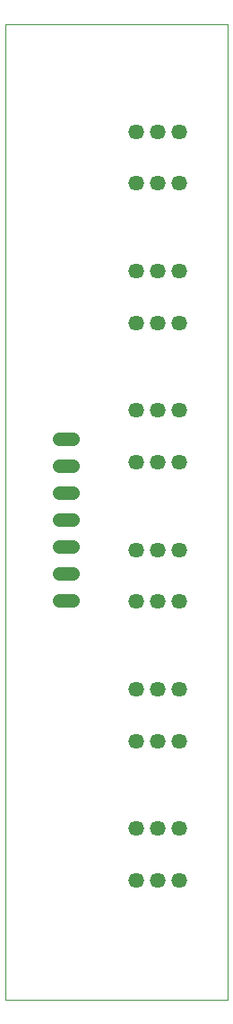
<source format=gtl>
G75*
%MOIN*%
%OFA0B0*%
%FSLAX25Y25*%
%IPPOS*%
%LPD*%
%AMOC8*
5,1,8,0,0,1.08239X$1,22.5*
%
%ADD10C,0.00000*%
%ADD11C,0.05740*%
%ADD12C,0.05150*%
D10*
X0001000Y0001000D02*
X0001000Y0363205D01*
X0083677Y0363205D01*
X0083677Y0001000D01*
X0001000Y0001000D01*
D11*
X0049476Y0045291D03*
X0049476Y0064491D03*
X0057518Y0064491D03*
X0057518Y0045291D03*
X0065561Y0045291D03*
X0065561Y0064491D03*
X0065561Y0097063D03*
X0065561Y0116263D03*
X0065561Y0148835D03*
X0065561Y0168035D03*
X0065561Y0200606D03*
X0065561Y0219806D03*
X0065561Y0252378D03*
X0065561Y0271578D03*
X0065561Y0304150D03*
X0065561Y0323350D03*
X0057518Y0323350D03*
X0057518Y0304150D03*
X0049476Y0304150D03*
X0049476Y0323350D03*
X0049476Y0271578D03*
X0049476Y0252378D03*
X0057518Y0252378D03*
X0057518Y0271578D03*
X0057518Y0219806D03*
X0057518Y0200606D03*
X0049476Y0200606D03*
X0049476Y0219806D03*
X0049476Y0168035D03*
X0049476Y0148835D03*
X0057518Y0148835D03*
X0057518Y0168035D03*
X0057518Y0116263D03*
X0057518Y0097063D03*
X0049476Y0097063D03*
X0049476Y0116263D03*
D12*
X0025937Y0149425D02*
X0020787Y0149425D01*
X0020787Y0159425D02*
X0025937Y0159425D01*
X0025937Y0169425D02*
X0020787Y0169425D01*
X0020787Y0179425D02*
X0025937Y0179425D01*
X0025937Y0189425D02*
X0020787Y0189425D01*
X0020787Y0199425D02*
X0025937Y0199425D01*
X0025937Y0209425D02*
X0020787Y0209425D01*
M02*

</source>
